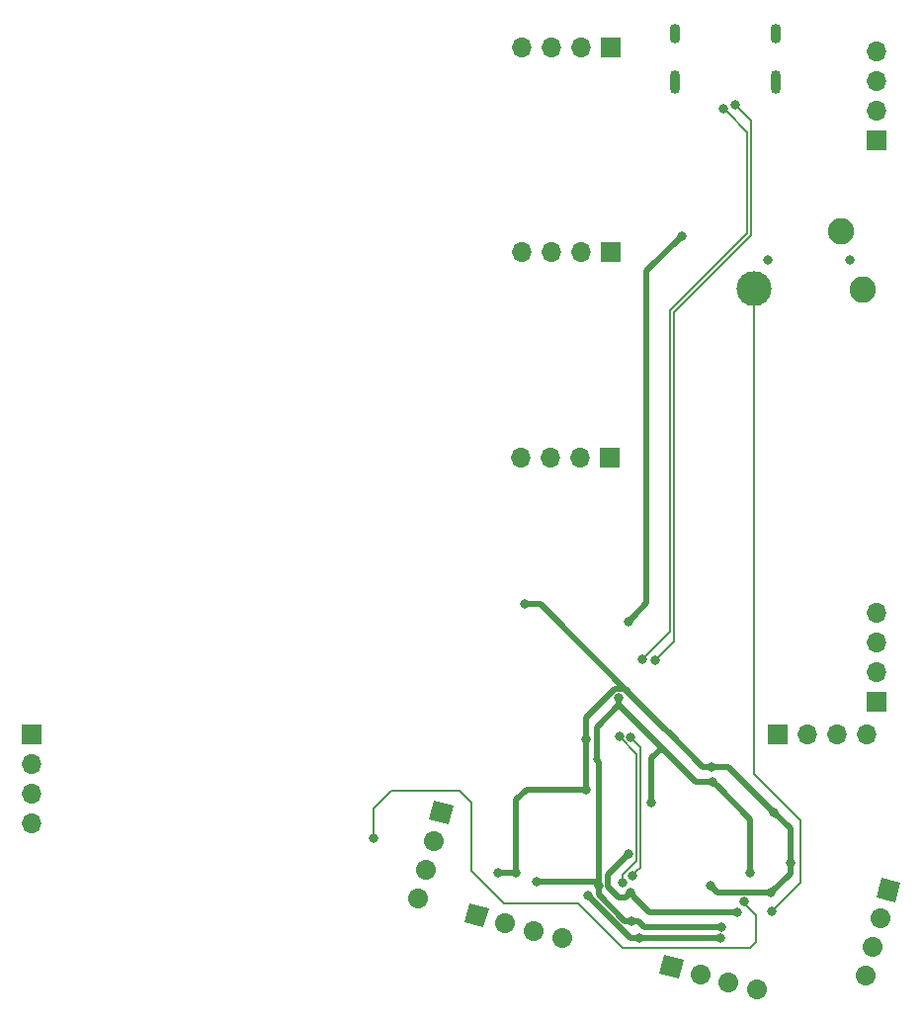
<source format=gbr>
G04 #@! TF.GenerationSoftware,KiCad,Pcbnew,(5.1.4)-1*
G04 #@! TF.CreationDate,2023-01-09T13:33:52-05:00*
G04 #@! TF.ProjectId,ThumbsUp,5468756d-6273-4557-902e-6b696361645f,rev?*
G04 #@! TF.SameCoordinates,Original*
G04 #@! TF.FileFunction,Copper,L1,Top*
G04 #@! TF.FilePolarity,Positive*
%FSLAX46Y46*%
G04 Gerber Fmt 4.6, Leading zero omitted, Abs format (unit mm)*
G04 Created by KiCad (PCBNEW (5.1.4)-1) date 2023-01-09 13:33:52*
%MOMM*%
%LPD*%
G04 APERTURE LIST*
%ADD10O,0.900000X1.700000*%
%ADD11O,0.900000X2.000000*%
%ADD12C,1.700000*%
%ADD13C,1.700000*%
%ADD14C,0.100000*%
%ADD15C,0.800000*%
%ADD16C,2.250000*%
%ADD17C,3.000000*%
%ADD18O,1.700000X1.700000*%
%ADD19R,1.700000X1.700000*%
%ADD20C,0.200000*%
%ADD21C,0.500000*%
G04 APERTURE END LIST*
D10*
X120240000Y-391200000D03*
X111600000Y-391200000D03*
D11*
X120240000Y-395370000D03*
X111600000Y-395370000D03*
D12*
X101993144Y-468685154D03*
D13*
X101993144Y-468685154D02*
X101993144Y-468685154D01*
D12*
X99539692Y-468027754D03*
D13*
X99539692Y-468027754D02*
X99539692Y-468027754D01*
D12*
X97086241Y-467370353D03*
D13*
X97086241Y-467370353D02*
X97086241Y-467370353D01*
D12*
X94632789Y-466712953D03*
D14*
G36*
X95233830Y-467753986D02*
G01*
X93591756Y-467313994D01*
X94031748Y-465671920D01*
X95673822Y-466111912D01*
X95233830Y-467753986D01*
X95233830Y-467753986D01*
G37*
D15*
X119624621Y-410612979D03*
X126624621Y-410612979D03*
D16*
X125824621Y-408087979D03*
D17*
X118424621Y-413012979D03*
D16*
X127724621Y-413137979D03*
D18*
X128876095Y-392698305D03*
X128876095Y-395238305D03*
X128876095Y-397778305D03*
D19*
X128876095Y-400318305D03*
D18*
X128940599Y-440774893D03*
X128940599Y-443314893D03*
X128940599Y-445854893D03*
D19*
X128940599Y-448394893D03*
D18*
X128068428Y-451181322D03*
X125528428Y-451181322D03*
X122988428Y-451181322D03*
D19*
X120448428Y-451181322D03*
D12*
X89627956Y-465271820D03*
D13*
X89627956Y-465271820D02*
X89627956Y-465271820D01*
D12*
X90285356Y-462818368D03*
D13*
X90285356Y-462818368D02*
X90285356Y-462818368D01*
D12*
X90942757Y-460364917D03*
D13*
X90942757Y-460364917D02*
X90942757Y-460364917D01*
D12*
X91600157Y-457911465D03*
D14*
G36*
X90559124Y-458512506D02*
G01*
X90999116Y-456870432D01*
X92641190Y-457310424D01*
X92201198Y-458952498D01*
X90559124Y-458512506D01*
X90559124Y-458512506D01*
G37*
D18*
X56532789Y-458812952D03*
X56532789Y-456272952D03*
X56532789Y-453732952D03*
D19*
X56532789Y-451192952D03*
D18*
X98376974Y-427470972D03*
X100916974Y-427470972D03*
X103456974Y-427470972D03*
D19*
X105996974Y-427470972D03*
D18*
X98509278Y-392368375D03*
X101049278Y-392368375D03*
X103589278Y-392368375D03*
D19*
X106129278Y-392368375D03*
D18*
X98534161Y-409935202D03*
X101074161Y-409935202D03*
X103614161Y-409935202D03*
D19*
X106154161Y-409935202D03*
D12*
X118693145Y-473085153D03*
D13*
X118693145Y-473085153D02*
X118693145Y-473085153D01*
D12*
X116239693Y-472427753D03*
D13*
X116239693Y-472427753D02*
X116239693Y-472427753D01*
D12*
X113786242Y-471770352D03*
D13*
X113786242Y-471770352D02*
X113786242Y-471770352D01*
D12*
X111332790Y-471112952D03*
D14*
G36*
X110731749Y-470071919D02*
G01*
X112373823Y-470511911D01*
X111933831Y-472153985D01*
X110291757Y-471713993D01*
X110731749Y-470071919D01*
X110731749Y-470071919D01*
G37*
D12*
X127932789Y-471912952D03*
D13*
X127932789Y-471912952D02*
X127932789Y-471912952D01*
D12*
X128590189Y-469459500D03*
D13*
X128590189Y-469459500D02*
X128590189Y-469459500D01*
D12*
X129247590Y-467006049D03*
D13*
X129247590Y-467006049D02*
X129247590Y-467006049D01*
D12*
X129904990Y-464552597D03*
D14*
G36*
X128863957Y-465153638D02*
G01*
X129303949Y-463511564D01*
X130946023Y-463951556D01*
X130506031Y-465593630D01*
X128863957Y-465153638D01*
X128863957Y-465153638D01*
G37*
D15*
X108806572Y-444790814D03*
X115782000Y-397586000D03*
X116764443Y-397296714D03*
X109939994Y-444830004D03*
X116936663Y-466420007D03*
X107622081Y-461501191D03*
X107787880Y-464802836D03*
X107825246Y-451512106D03*
X107966595Y-463325603D03*
X106854545Y-451428132D03*
X107146000Y-463880000D03*
X119850000Y-464775000D03*
X114700000Y-464175000D03*
X121500000Y-462250000D03*
X120125000Y-457925000D03*
X108570000Y-468630000D03*
X104040000Y-455960000D03*
X98030000Y-463070000D03*
X115560000Y-468670000D03*
X96490000Y-463070000D03*
X114766000Y-453974000D03*
X98757790Y-440082790D03*
X104163969Y-465000283D03*
X104040000Y-451630000D03*
X112226000Y-408508000D03*
X107654000Y-441528000D03*
X119899692Y-466395463D03*
X99800000Y-463835000D03*
X118068356Y-463081644D03*
X115611413Y-467744415D03*
X114825000Y-455244000D03*
X106825000Y-448116990D03*
X107908000Y-467182000D03*
X109624021Y-457092000D03*
X105083989Y-464130749D03*
X117560000Y-465552000D03*
X85810000Y-460070000D03*
D20*
X108845720Y-444829962D02*
X108806572Y-444790814D01*
X109085542Y-444829962D02*
X108845720Y-444829962D01*
X117814000Y-399618000D02*
X116181999Y-397985999D01*
X111210000Y-414903538D02*
X117814000Y-408299538D01*
X111210000Y-442387386D02*
X111210000Y-414903538D01*
X108806572Y-444790814D02*
X111210000Y-442387386D01*
X116181999Y-397985999D02*
X115782000Y-397586000D01*
X117814000Y-408299538D02*
X117814000Y-399618000D01*
X111537011Y-443232987D02*
X110339993Y-444430005D01*
X110339993Y-444430005D02*
X109939994Y-444830004D01*
X111537011Y-415038989D02*
X111537011Y-443232987D01*
X118141011Y-398673282D02*
X118141011Y-408434990D01*
X116764443Y-397296714D02*
X118141011Y-398673282D01*
X118141011Y-408434990D02*
X111537011Y-415038989D01*
D21*
X116936663Y-466420007D02*
X109405051Y-466420007D01*
X106810873Y-465202835D02*
X107387881Y-465202835D01*
X105860999Y-464252961D02*
X106810873Y-465202835D01*
X105860999Y-463262273D02*
X105860999Y-464252961D01*
X109405051Y-466420007D02*
X108187879Y-465202835D01*
X107622081Y-461501191D02*
X105860999Y-463262273D01*
X107387881Y-465202835D02*
X107787880Y-464802836D01*
X108187879Y-465202835D02*
X107787880Y-464802836D01*
D20*
X108670000Y-452356860D02*
X108670000Y-462622198D01*
X108366594Y-462925604D02*
X107966595Y-463325603D01*
X107825246Y-451512106D02*
X108670000Y-452356860D01*
X108670000Y-462622198D02*
X108366594Y-462925604D01*
X108342989Y-462046170D02*
X107146000Y-463243159D01*
X106854545Y-451428132D02*
X108342989Y-452916576D01*
X107146000Y-463314315D02*
X107146000Y-463880000D01*
X107146000Y-463243159D02*
X107146000Y-463314315D01*
X108342989Y-452916576D02*
X108342989Y-462046170D01*
D21*
X121500000Y-463125000D02*
X119850000Y-464775000D01*
X115300000Y-464775000D02*
X114700000Y-464175000D01*
X121500000Y-462250000D02*
X121500000Y-463125000D01*
X121500000Y-459325000D02*
X121500000Y-462250000D01*
X120125000Y-457925000D02*
X121500000Y-459300000D01*
X117775000Y-464775000D02*
X115300000Y-464775000D01*
X119850000Y-464775000D02*
X117775000Y-464775000D01*
X115520000Y-468630000D02*
X115560000Y-468670000D01*
X108570000Y-468630000D02*
X115520000Y-468630000D01*
X98030000Y-456820000D02*
X98030000Y-463070000D01*
X104040000Y-455960000D02*
X98890000Y-455960000D01*
X98890000Y-455960000D02*
X98030000Y-456820000D01*
X98030000Y-463070000D02*
X96490000Y-463070000D01*
X115331685Y-453974000D02*
X114766000Y-453974000D01*
X116174000Y-453974000D02*
X115331685Y-453974000D01*
X120125000Y-457925000D02*
X116174000Y-453974000D01*
X104040000Y-455960000D02*
X104040000Y-449752026D01*
X107369987Y-447339987D02*
X108524001Y-448494001D01*
X106452039Y-447339987D02*
X107369987Y-447339987D01*
X98757790Y-440082790D02*
X100112790Y-440082790D01*
X100112790Y-440082790D02*
X108524001Y-448494001D01*
X104040000Y-449752026D02*
X106452039Y-447339987D01*
X108524001Y-448494001D02*
X110701992Y-450671992D01*
X114004000Y-453974000D02*
X111101991Y-451071991D01*
X114766000Y-453974000D02*
X114004000Y-453974000D01*
X111101991Y-451071991D02*
X110701992Y-450671992D01*
X104563968Y-465400282D02*
X104163969Y-465000283D01*
X108570000Y-468630000D02*
X107793686Y-468630000D01*
X107793686Y-468630000D02*
X104563968Y-465400282D01*
X109208989Y-439973011D02*
X108053999Y-441128001D01*
X112226000Y-408508000D02*
X109208989Y-411525011D01*
X108053999Y-441128001D02*
X107654000Y-441528000D01*
X109208989Y-411525011D02*
X109208989Y-439973011D01*
D20*
X118424621Y-413012979D02*
X118424621Y-454584621D01*
X118424621Y-454584621D02*
X122386000Y-458546000D01*
X122386000Y-463909155D02*
X120299691Y-465995464D01*
X122386000Y-458546000D02*
X122386000Y-463909155D01*
X120299691Y-465995464D02*
X119899692Y-466395463D01*
D21*
X104875000Y-453375000D02*
X104900000Y-453400000D01*
X115224999Y-455643999D02*
X114825000Y-455244000D01*
X118068356Y-463081644D02*
X118068356Y-458487356D01*
X118068356Y-458487356D02*
X115224999Y-455643999D01*
X106825000Y-448690685D02*
X106825000Y-448116990D01*
X104900000Y-453400000D02*
X104900000Y-450615685D01*
X104900000Y-450615685D02*
X106825000Y-448690685D01*
X106825000Y-448116990D02*
X106825000Y-448116988D01*
X106825000Y-448682673D02*
X106825000Y-448116988D01*
X114825000Y-455244000D02*
X113386327Y-455244000D01*
X108473685Y-467182000D02*
X107908000Y-467182000D01*
X108981685Y-467690000D02*
X108473685Y-467182000D01*
X115611413Y-467744415D02*
X115556998Y-467690000D01*
X115556998Y-467690000D02*
X108981685Y-467690000D01*
X113386327Y-455244000D02*
X110520163Y-452377837D01*
X110520163Y-452377837D02*
X106825000Y-448682673D01*
X109624021Y-456526315D02*
X109624021Y-457092000D01*
X110520163Y-452377837D02*
X109624021Y-453273979D01*
X109624021Y-453273979D02*
X109624021Y-456526315D01*
X105083989Y-464696434D02*
X105083989Y-464130749D01*
X107908000Y-467182000D02*
X107342315Y-467182000D01*
X107342315Y-467182000D02*
X105083989Y-464923674D01*
X105083989Y-464923674D02*
X105083989Y-464696434D01*
X105083989Y-453583989D02*
X105083989Y-463565064D01*
X105083989Y-463565064D02*
X105083989Y-464130749D01*
X104900000Y-453400000D02*
X105083989Y-453583989D01*
X99800000Y-463835000D02*
X104788240Y-463835000D01*
X104788240Y-463835000D02*
X105083989Y-464130749D01*
D20*
X85810000Y-457530000D02*
X85810000Y-460070000D01*
X93176000Y-456006000D02*
X87334000Y-456006000D01*
X94192000Y-462864000D02*
X94192000Y-457022000D01*
X96986000Y-465658000D02*
X94192000Y-462864000D01*
X103336000Y-465658000D02*
X96986000Y-465658000D01*
X117560000Y-465658000D02*
X118576000Y-466674000D01*
X117560000Y-465552000D02*
X117560000Y-465658000D01*
X118576000Y-466674000D02*
X118576000Y-468960000D01*
X87334000Y-456006000D02*
X85810000Y-457530000D01*
X118576000Y-468960000D02*
X118068000Y-469468000D01*
X118068000Y-469468000D02*
X107146000Y-469468000D01*
X94192000Y-457022000D02*
X93176000Y-456006000D01*
X107146000Y-469468000D02*
X103336000Y-465658000D01*
M02*

</source>
